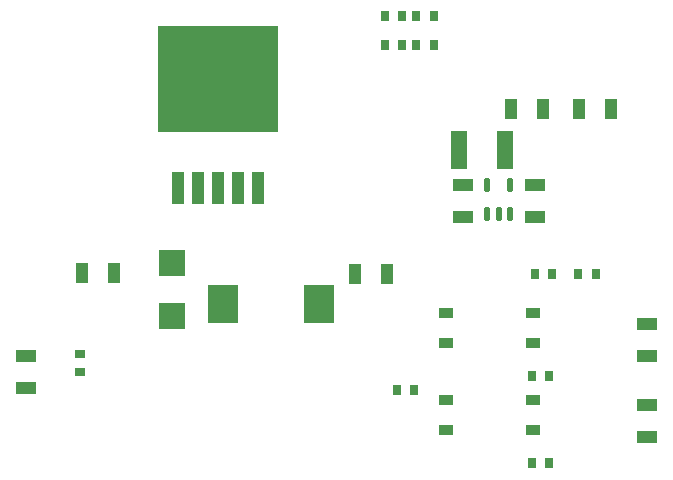
<source format=gtp>
G04*
G04 #@! TF.GenerationSoftware,Altium Limited,Altium Designer,18.0.12 (696)*
G04*
G04 Layer_Color=8421504*
%FSLAX25Y25*%
%MOIN*%
G70*
G01*
G75*
%ADD14R,0.06693X0.04331*%
%ADD15R,0.03543X0.02756*%
%ADD16R,0.03150X0.03543*%
%ADD17R,0.05300X0.12600*%
%ADD18R,0.40000X0.35200*%
%ADD19R,0.04000X0.10600*%
%ADD20R,0.04528X0.03543*%
%ADD21R,0.02756X0.03543*%
%ADD22R,0.04331X0.06693*%
%ADD23R,0.10000X0.13000*%
G04:AMPARAMS|DCode=24|XSize=44.88mil|YSize=22.83mil|CornerRadius=5.71mil|HoleSize=0mil|Usage=FLASHONLY|Rotation=270.000|XOffset=0mil|YOffset=0mil|HoleType=Round|Shape=RoundedRectangle|*
%AMROUNDEDRECTD24*
21,1,0.04488,0.01141,0,0,270.0*
21,1,0.03347,0.02283,0,0,270.0*
1,1,0.01141,-0.00571,-0.01673*
1,1,0.01141,-0.00571,0.01673*
1,1,0.01141,0.00571,0.01673*
1,1,0.01141,0.00571,-0.01673*
%
%ADD24ROUNDEDRECTD24*%
%ADD25R,0.09055X0.09055*%
D14*
X29500Y137185D02*
D03*
Y147815D02*
D03*
X236500Y120685D02*
D03*
Y131315D02*
D03*
Y147685D02*
D03*
Y158315D02*
D03*
X199000Y194185D02*
D03*
Y204815D02*
D03*
X175000D02*
D03*
Y194185D02*
D03*
D15*
X47500Y142547D02*
D03*
Y148453D02*
D03*
D16*
X149291Y251500D02*
D03*
X154803D02*
D03*
X149291Y261000D02*
D03*
X154803D02*
D03*
X199244Y175000D02*
D03*
X204756D02*
D03*
D17*
X173900Y216500D02*
D03*
X189100D02*
D03*
D18*
X93500Y240100D02*
D03*
D19*
X106900Y203900D02*
D03*
X100200D02*
D03*
X93500D02*
D03*
X86800D02*
D03*
X80100D02*
D03*
D20*
X169366Y152000D02*
D03*
Y162000D02*
D03*
X198500D02*
D03*
Y152000D02*
D03*
X169366Y123000D02*
D03*
Y133000D02*
D03*
X198500D02*
D03*
Y123000D02*
D03*
D21*
X158953Y136500D02*
D03*
X153047D02*
D03*
X198047Y112000D02*
D03*
X203953D02*
D03*
X198047Y141000D02*
D03*
X203953D02*
D03*
X219453Y175000D02*
D03*
X213547D02*
D03*
X165500Y261000D02*
D03*
X159595D02*
D03*
X165500Y251500D02*
D03*
X159595D02*
D03*
D22*
X213685Y230000D02*
D03*
X224315D02*
D03*
X201815D02*
D03*
X191185D02*
D03*
X48185Y175500D02*
D03*
X58815D02*
D03*
X139185Y175000D02*
D03*
X149815D02*
D03*
D23*
X127000Y165000D02*
D03*
X95000D02*
D03*
D24*
X183260Y204902D02*
D03*
X190740D02*
D03*
Y195098D02*
D03*
X187000D02*
D03*
X183260D02*
D03*
D25*
X78000Y161142D02*
D03*
Y178858D02*
D03*
M02*

</source>
